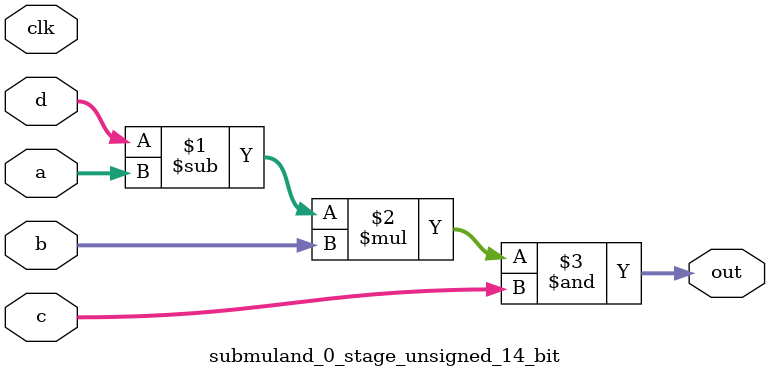
<source format=sv>
(* use_dsp = "yes" *) module submuland_0_stage_unsigned_14_bit(
	input  [13:0] a,
	input  [13:0] b,
	input  [13:0] c,
	input  [13:0] d,
	output [13:0] out,
	input clk);

	assign out = ((d - a) * b) & c;
endmodule

</source>
